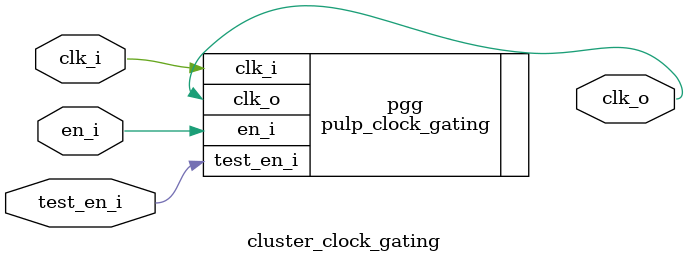
<source format=sv>


module cluster_clock_gating
(
    input  logic clk_i,
    input  logic en_i,
    input  logic test_en_i,
    output logic clk_o
  );

  pulp_clock_gating pgg (.clk_i(clk_i),
    .en_i(en_i),
    .test_en_i(test_en_i),
    .clk_o(clk_o)
  );

endmodule

</source>
